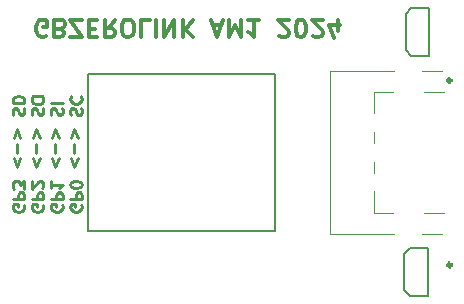
<source format=gbo>
G04 #@! TF.GenerationSoftware,KiCad,Pcbnew,7.0.2*
G04 #@! TF.CreationDate,2024-01-20T07:38:39+00:00*
G04 #@! TF.ProjectId,game-boy-zero-link-board,67616d65-2d62-46f7-992d-7a65726f2d6c,rev?*
G04 #@! TF.SameCoordinates,Original*
G04 #@! TF.FileFunction,Legend,Bot*
G04 #@! TF.FilePolarity,Positive*
%FSLAX46Y46*%
G04 Gerber Fmt 4.6, Leading zero omitted, Abs format (unit mm)*
G04 Created by KiCad (PCBNEW 7.0.2) date 2024-01-20 07:38:39*
%MOMM*%
%LPD*%
G01*
G04 APERTURE LIST*
%ADD10C,0.329000*%
%ADD11C,0.200000*%
%ADD12C,0.250000*%
%ADD13C,0.300000*%
%ADD14C,0.127000*%
%ADD15C,0.120000*%
G04 APERTURE END LIST*
D10*
X106590500Y-105410000D02*
G75*
G03*
X106590500Y-105410000I-164500J0D01*
G01*
D11*
X104615000Y-108005000D02*
X103115000Y-108005000D01*
X103210000Y-87685000D02*
X102710000Y-87185000D01*
X103210000Y-83685000D02*
X104710000Y-83685000D01*
X102615000Y-107505000D02*
X102615000Y-104505000D01*
X102710000Y-87185000D02*
X102710000Y-84185000D01*
X103210000Y-83685000D02*
X102710000Y-84185000D01*
X104615000Y-104005000D02*
X104615000Y-108005000D01*
X104710000Y-87685000D02*
X103210000Y-87685000D01*
X103115000Y-104005000D02*
X102615000Y-104505000D01*
X104710000Y-83685000D02*
X104710000Y-87685000D01*
D10*
X106590500Y-89789000D02*
G75*
G03*
X106590500Y-89789000I-164500J0D01*
G01*
D11*
X103115000Y-108005000D02*
X102615000Y-107505000D01*
X103115000Y-104005000D02*
X104615000Y-104005000D01*
D12*
X75244761Y-100323095D02*
X75292380Y-100418333D01*
X75292380Y-100418333D02*
X75292380Y-100561190D01*
X75292380Y-100561190D02*
X75244761Y-100704047D01*
X75244761Y-100704047D02*
X75149523Y-100799285D01*
X75149523Y-100799285D02*
X75054285Y-100846904D01*
X75054285Y-100846904D02*
X74863809Y-100894523D01*
X74863809Y-100894523D02*
X74720952Y-100894523D01*
X74720952Y-100894523D02*
X74530476Y-100846904D01*
X74530476Y-100846904D02*
X74435238Y-100799285D01*
X74435238Y-100799285D02*
X74340000Y-100704047D01*
X74340000Y-100704047D02*
X74292380Y-100561190D01*
X74292380Y-100561190D02*
X74292380Y-100465952D01*
X74292380Y-100465952D02*
X74340000Y-100323095D01*
X74340000Y-100323095D02*
X74387619Y-100275476D01*
X74387619Y-100275476D02*
X74720952Y-100275476D01*
X74720952Y-100275476D02*
X74720952Y-100465952D01*
X74292380Y-99846904D02*
X75292380Y-99846904D01*
X75292380Y-99846904D02*
X75292380Y-99465952D01*
X75292380Y-99465952D02*
X75244761Y-99370714D01*
X75244761Y-99370714D02*
X75197142Y-99323095D01*
X75197142Y-99323095D02*
X75101904Y-99275476D01*
X75101904Y-99275476D02*
X74959047Y-99275476D01*
X74959047Y-99275476D02*
X74863809Y-99323095D01*
X74863809Y-99323095D02*
X74816190Y-99370714D01*
X74816190Y-99370714D02*
X74768571Y-99465952D01*
X74768571Y-99465952D02*
X74768571Y-99846904D01*
X75292380Y-98656428D02*
X75292380Y-98561190D01*
X75292380Y-98561190D02*
X75244761Y-98465952D01*
X75244761Y-98465952D02*
X75197142Y-98418333D01*
X75197142Y-98418333D02*
X75101904Y-98370714D01*
X75101904Y-98370714D02*
X74911428Y-98323095D01*
X74911428Y-98323095D02*
X74673333Y-98323095D01*
X74673333Y-98323095D02*
X74482857Y-98370714D01*
X74482857Y-98370714D02*
X74387619Y-98418333D01*
X74387619Y-98418333D02*
X74340000Y-98465952D01*
X74340000Y-98465952D02*
X74292380Y-98561190D01*
X74292380Y-98561190D02*
X74292380Y-98656428D01*
X74292380Y-98656428D02*
X74340000Y-98751666D01*
X74340000Y-98751666D02*
X74387619Y-98799285D01*
X74387619Y-98799285D02*
X74482857Y-98846904D01*
X74482857Y-98846904D02*
X74673333Y-98894523D01*
X74673333Y-98894523D02*
X74911428Y-98894523D01*
X74911428Y-98894523D02*
X75101904Y-98846904D01*
X75101904Y-98846904D02*
X75197142Y-98799285D01*
X75197142Y-98799285D02*
X75244761Y-98751666D01*
X75244761Y-98751666D02*
X75292380Y-98656428D01*
X74959047Y-96370714D02*
X74673333Y-97132618D01*
X74673333Y-97132618D02*
X74387619Y-96370714D01*
X74673333Y-95894523D02*
X74673333Y-95132619D01*
X74959047Y-94656428D02*
X74673333Y-93894524D01*
X74673333Y-93894524D02*
X74387619Y-94656428D01*
X74340000Y-92704047D02*
X74292380Y-92561190D01*
X74292380Y-92561190D02*
X74292380Y-92323095D01*
X74292380Y-92323095D02*
X74340000Y-92227857D01*
X74340000Y-92227857D02*
X74387619Y-92180238D01*
X74387619Y-92180238D02*
X74482857Y-92132619D01*
X74482857Y-92132619D02*
X74578095Y-92132619D01*
X74578095Y-92132619D02*
X74673333Y-92180238D01*
X74673333Y-92180238D02*
X74720952Y-92227857D01*
X74720952Y-92227857D02*
X74768571Y-92323095D01*
X74768571Y-92323095D02*
X74816190Y-92513571D01*
X74816190Y-92513571D02*
X74863809Y-92608809D01*
X74863809Y-92608809D02*
X74911428Y-92656428D01*
X74911428Y-92656428D02*
X75006666Y-92704047D01*
X75006666Y-92704047D02*
X75101904Y-92704047D01*
X75101904Y-92704047D02*
X75197142Y-92656428D01*
X75197142Y-92656428D02*
X75244761Y-92608809D01*
X75244761Y-92608809D02*
X75292380Y-92513571D01*
X75292380Y-92513571D02*
X75292380Y-92275476D01*
X75292380Y-92275476D02*
X75244761Y-92132619D01*
X74387619Y-91132619D02*
X74340000Y-91180238D01*
X74340000Y-91180238D02*
X74292380Y-91323095D01*
X74292380Y-91323095D02*
X74292380Y-91418333D01*
X74292380Y-91418333D02*
X74340000Y-91561190D01*
X74340000Y-91561190D02*
X74435238Y-91656428D01*
X74435238Y-91656428D02*
X74530476Y-91704047D01*
X74530476Y-91704047D02*
X74720952Y-91751666D01*
X74720952Y-91751666D02*
X74863809Y-91751666D01*
X74863809Y-91751666D02*
X75054285Y-91704047D01*
X75054285Y-91704047D02*
X75149523Y-91656428D01*
X75149523Y-91656428D02*
X75244761Y-91561190D01*
X75244761Y-91561190D02*
X75292380Y-91418333D01*
X75292380Y-91418333D02*
X75292380Y-91323095D01*
X75292380Y-91323095D02*
X75244761Y-91180238D01*
X75244761Y-91180238D02*
X75197142Y-91132619D01*
X73624761Y-100323095D02*
X73672380Y-100418333D01*
X73672380Y-100418333D02*
X73672380Y-100561190D01*
X73672380Y-100561190D02*
X73624761Y-100704047D01*
X73624761Y-100704047D02*
X73529523Y-100799285D01*
X73529523Y-100799285D02*
X73434285Y-100846904D01*
X73434285Y-100846904D02*
X73243809Y-100894523D01*
X73243809Y-100894523D02*
X73100952Y-100894523D01*
X73100952Y-100894523D02*
X72910476Y-100846904D01*
X72910476Y-100846904D02*
X72815238Y-100799285D01*
X72815238Y-100799285D02*
X72720000Y-100704047D01*
X72720000Y-100704047D02*
X72672380Y-100561190D01*
X72672380Y-100561190D02*
X72672380Y-100465952D01*
X72672380Y-100465952D02*
X72720000Y-100323095D01*
X72720000Y-100323095D02*
X72767619Y-100275476D01*
X72767619Y-100275476D02*
X73100952Y-100275476D01*
X73100952Y-100275476D02*
X73100952Y-100465952D01*
X72672380Y-99846904D02*
X73672380Y-99846904D01*
X73672380Y-99846904D02*
X73672380Y-99465952D01*
X73672380Y-99465952D02*
X73624761Y-99370714D01*
X73624761Y-99370714D02*
X73577142Y-99323095D01*
X73577142Y-99323095D02*
X73481904Y-99275476D01*
X73481904Y-99275476D02*
X73339047Y-99275476D01*
X73339047Y-99275476D02*
X73243809Y-99323095D01*
X73243809Y-99323095D02*
X73196190Y-99370714D01*
X73196190Y-99370714D02*
X73148571Y-99465952D01*
X73148571Y-99465952D02*
X73148571Y-99846904D01*
X72672380Y-98323095D02*
X72672380Y-98894523D01*
X72672380Y-98608809D02*
X73672380Y-98608809D01*
X73672380Y-98608809D02*
X73529523Y-98704047D01*
X73529523Y-98704047D02*
X73434285Y-98799285D01*
X73434285Y-98799285D02*
X73386666Y-98894523D01*
X73339047Y-96370714D02*
X73053333Y-97132618D01*
X73053333Y-97132618D02*
X72767619Y-96370714D01*
X73053333Y-95894523D02*
X73053333Y-95132619D01*
X73339047Y-94656428D02*
X73053333Y-93894524D01*
X73053333Y-93894524D02*
X72767619Y-94656428D01*
X72720000Y-92704047D02*
X72672380Y-92561190D01*
X72672380Y-92561190D02*
X72672380Y-92323095D01*
X72672380Y-92323095D02*
X72720000Y-92227857D01*
X72720000Y-92227857D02*
X72767619Y-92180238D01*
X72767619Y-92180238D02*
X72862857Y-92132619D01*
X72862857Y-92132619D02*
X72958095Y-92132619D01*
X72958095Y-92132619D02*
X73053333Y-92180238D01*
X73053333Y-92180238D02*
X73100952Y-92227857D01*
X73100952Y-92227857D02*
X73148571Y-92323095D01*
X73148571Y-92323095D02*
X73196190Y-92513571D01*
X73196190Y-92513571D02*
X73243809Y-92608809D01*
X73243809Y-92608809D02*
X73291428Y-92656428D01*
X73291428Y-92656428D02*
X73386666Y-92704047D01*
X73386666Y-92704047D02*
X73481904Y-92704047D01*
X73481904Y-92704047D02*
X73577142Y-92656428D01*
X73577142Y-92656428D02*
X73624761Y-92608809D01*
X73624761Y-92608809D02*
X73672380Y-92513571D01*
X73672380Y-92513571D02*
X73672380Y-92275476D01*
X73672380Y-92275476D02*
X73624761Y-92132619D01*
X72672380Y-91704047D02*
X73672380Y-91704047D01*
X72004761Y-100323095D02*
X72052380Y-100418333D01*
X72052380Y-100418333D02*
X72052380Y-100561190D01*
X72052380Y-100561190D02*
X72004761Y-100704047D01*
X72004761Y-100704047D02*
X71909523Y-100799285D01*
X71909523Y-100799285D02*
X71814285Y-100846904D01*
X71814285Y-100846904D02*
X71623809Y-100894523D01*
X71623809Y-100894523D02*
X71480952Y-100894523D01*
X71480952Y-100894523D02*
X71290476Y-100846904D01*
X71290476Y-100846904D02*
X71195238Y-100799285D01*
X71195238Y-100799285D02*
X71100000Y-100704047D01*
X71100000Y-100704047D02*
X71052380Y-100561190D01*
X71052380Y-100561190D02*
X71052380Y-100465952D01*
X71052380Y-100465952D02*
X71100000Y-100323095D01*
X71100000Y-100323095D02*
X71147619Y-100275476D01*
X71147619Y-100275476D02*
X71480952Y-100275476D01*
X71480952Y-100275476D02*
X71480952Y-100465952D01*
X71052380Y-99846904D02*
X72052380Y-99846904D01*
X72052380Y-99846904D02*
X72052380Y-99465952D01*
X72052380Y-99465952D02*
X72004761Y-99370714D01*
X72004761Y-99370714D02*
X71957142Y-99323095D01*
X71957142Y-99323095D02*
X71861904Y-99275476D01*
X71861904Y-99275476D02*
X71719047Y-99275476D01*
X71719047Y-99275476D02*
X71623809Y-99323095D01*
X71623809Y-99323095D02*
X71576190Y-99370714D01*
X71576190Y-99370714D02*
X71528571Y-99465952D01*
X71528571Y-99465952D02*
X71528571Y-99846904D01*
X71957142Y-98894523D02*
X72004761Y-98846904D01*
X72004761Y-98846904D02*
X72052380Y-98751666D01*
X72052380Y-98751666D02*
X72052380Y-98513571D01*
X72052380Y-98513571D02*
X72004761Y-98418333D01*
X72004761Y-98418333D02*
X71957142Y-98370714D01*
X71957142Y-98370714D02*
X71861904Y-98323095D01*
X71861904Y-98323095D02*
X71766666Y-98323095D01*
X71766666Y-98323095D02*
X71623809Y-98370714D01*
X71623809Y-98370714D02*
X71052380Y-98942142D01*
X71052380Y-98942142D02*
X71052380Y-98323095D01*
X71719047Y-96370714D02*
X71433333Y-97132618D01*
X71433333Y-97132618D02*
X71147619Y-96370714D01*
X71433333Y-95894523D02*
X71433333Y-95132619D01*
X71719047Y-94656428D02*
X71433333Y-93894524D01*
X71433333Y-93894524D02*
X71147619Y-94656428D01*
X71100000Y-92704047D02*
X71052380Y-92561190D01*
X71052380Y-92561190D02*
X71052380Y-92323095D01*
X71052380Y-92323095D02*
X71100000Y-92227857D01*
X71100000Y-92227857D02*
X71147619Y-92180238D01*
X71147619Y-92180238D02*
X71242857Y-92132619D01*
X71242857Y-92132619D02*
X71338095Y-92132619D01*
X71338095Y-92132619D02*
X71433333Y-92180238D01*
X71433333Y-92180238D02*
X71480952Y-92227857D01*
X71480952Y-92227857D02*
X71528571Y-92323095D01*
X71528571Y-92323095D02*
X71576190Y-92513571D01*
X71576190Y-92513571D02*
X71623809Y-92608809D01*
X71623809Y-92608809D02*
X71671428Y-92656428D01*
X71671428Y-92656428D02*
X71766666Y-92704047D01*
X71766666Y-92704047D02*
X71861904Y-92704047D01*
X71861904Y-92704047D02*
X71957142Y-92656428D01*
X71957142Y-92656428D02*
X72004761Y-92608809D01*
X72004761Y-92608809D02*
X72052380Y-92513571D01*
X72052380Y-92513571D02*
X72052380Y-92275476D01*
X72052380Y-92275476D02*
X72004761Y-92132619D01*
X72052380Y-91513571D02*
X72052380Y-91323095D01*
X72052380Y-91323095D02*
X72004761Y-91227857D01*
X72004761Y-91227857D02*
X71909523Y-91132619D01*
X71909523Y-91132619D02*
X71719047Y-91085000D01*
X71719047Y-91085000D02*
X71385714Y-91085000D01*
X71385714Y-91085000D02*
X71195238Y-91132619D01*
X71195238Y-91132619D02*
X71100000Y-91227857D01*
X71100000Y-91227857D02*
X71052380Y-91323095D01*
X71052380Y-91323095D02*
X71052380Y-91513571D01*
X71052380Y-91513571D02*
X71100000Y-91608809D01*
X71100000Y-91608809D02*
X71195238Y-91704047D01*
X71195238Y-91704047D02*
X71385714Y-91751666D01*
X71385714Y-91751666D02*
X71719047Y-91751666D01*
X71719047Y-91751666D02*
X71909523Y-91704047D01*
X71909523Y-91704047D02*
X72004761Y-91608809D01*
X72004761Y-91608809D02*
X72052380Y-91513571D01*
X70384761Y-100323095D02*
X70432380Y-100418333D01*
X70432380Y-100418333D02*
X70432380Y-100561190D01*
X70432380Y-100561190D02*
X70384761Y-100704047D01*
X70384761Y-100704047D02*
X70289523Y-100799285D01*
X70289523Y-100799285D02*
X70194285Y-100846904D01*
X70194285Y-100846904D02*
X70003809Y-100894523D01*
X70003809Y-100894523D02*
X69860952Y-100894523D01*
X69860952Y-100894523D02*
X69670476Y-100846904D01*
X69670476Y-100846904D02*
X69575238Y-100799285D01*
X69575238Y-100799285D02*
X69480000Y-100704047D01*
X69480000Y-100704047D02*
X69432380Y-100561190D01*
X69432380Y-100561190D02*
X69432380Y-100465952D01*
X69432380Y-100465952D02*
X69480000Y-100323095D01*
X69480000Y-100323095D02*
X69527619Y-100275476D01*
X69527619Y-100275476D02*
X69860952Y-100275476D01*
X69860952Y-100275476D02*
X69860952Y-100465952D01*
X69432380Y-99846904D02*
X70432380Y-99846904D01*
X70432380Y-99846904D02*
X70432380Y-99465952D01*
X70432380Y-99465952D02*
X70384761Y-99370714D01*
X70384761Y-99370714D02*
X70337142Y-99323095D01*
X70337142Y-99323095D02*
X70241904Y-99275476D01*
X70241904Y-99275476D02*
X70099047Y-99275476D01*
X70099047Y-99275476D02*
X70003809Y-99323095D01*
X70003809Y-99323095D02*
X69956190Y-99370714D01*
X69956190Y-99370714D02*
X69908571Y-99465952D01*
X69908571Y-99465952D02*
X69908571Y-99846904D01*
X70432380Y-98942142D02*
X70432380Y-98323095D01*
X70432380Y-98323095D02*
X70051428Y-98656428D01*
X70051428Y-98656428D02*
X70051428Y-98513571D01*
X70051428Y-98513571D02*
X70003809Y-98418333D01*
X70003809Y-98418333D02*
X69956190Y-98370714D01*
X69956190Y-98370714D02*
X69860952Y-98323095D01*
X69860952Y-98323095D02*
X69622857Y-98323095D01*
X69622857Y-98323095D02*
X69527619Y-98370714D01*
X69527619Y-98370714D02*
X69480000Y-98418333D01*
X69480000Y-98418333D02*
X69432380Y-98513571D01*
X69432380Y-98513571D02*
X69432380Y-98799285D01*
X69432380Y-98799285D02*
X69480000Y-98894523D01*
X69480000Y-98894523D02*
X69527619Y-98942142D01*
X70099047Y-96370714D02*
X69813333Y-97132618D01*
X69813333Y-97132618D02*
X69527619Y-96370714D01*
X69813333Y-95894523D02*
X69813333Y-95132619D01*
X70099047Y-94656428D02*
X69813333Y-93894524D01*
X69813333Y-93894524D02*
X69527619Y-94656428D01*
X69480000Y-92704047D02*
X69432380Y-92561190D01*
X69432380Y-92561190D02*
X69432380Y-92323095D01*
X69432380Y-92323095D02*
X69480000Y-92227857D01*
X69480000Y-92227857D02*
X69527619Y-92180238D01*
X69527619Y-92180238D02*
X69622857Y-92132619D01*
X69622857Y-92132619D02*
X69718095Y-92132619D01*
X69718095Y-92132619D02*
X69813333Y-92180238D01*
X69813333Y-92180238D02*
X69860952Y-92227857D01*
X69860952Y-92227857D02*
X69908571Y-92323095D01*
X69908571Y-92323095D02*
X69956190Y-92513571D01*
X69956190Y-92513571D02*
X70003809Y-92608809D01*
X70003809Y-92608809D02*
X70051428Y-92656428D01*
X70051428Y-92656428D02*
X70146666Y-92704047D01*
X70146666Y-92704047D02*
X70241904Y-92704047D01*
X70241904Y-92704047D02*
X70337142Y-92656428D01*
X70337142Y-92656428D02*
X70384761Y-92608809D01*
X70384761Y-92608809D02*
X70432380Y-92513571D01*
X70432380Y-92513571D02*
X70432380Y-92275476D01*
X70432380Y-92275476D02*
X70384761Y-92132619D01*
X69432380Y-91704047D02*
X70432380Y-91704047D01*
X70432380Y-91704047D02*
X70432380Y-91465952D01*
X70432380Y-91465952D02*
X70384761Y-91323095D01*
X70384761Y-91323095D02*
X70289523Y-91227857D01*
X70289523Y-91227857D02*
X70194285Y-91180238D01*
X70194285Y-91180238D02*
X70003809Y-91132619D01*
X70003809Y-91132619D02*
X69860952Y-91132619D01*
X69860952Y-91132619D02*
X69670476Y-91180238D01*
X69670476Y-91180238D02*
X69575238Y-91227857D01*
X69575238Y-91227857D02*
X69480000Y-91323095D01*
X69480000Y-91323095D02*
X69432380Y-91465952D01*
X69432380Y-91465952D02*
X69432380Y-91704047D01*
D13*
X72262857Y-86067142D02*
X72120000Y-86138571D01*
X72120000Y-86138571D02*
X71905714Y-86138571D01*
X71905714Y-86138571D02*
X71691428Y-86067142D01*
X71691428Y-86067142D02*
X71548571Y-85924285D01*
X71548571Y-85924285D02*
X71477142Y-85781428D01*
X71477142Y-85781428D02*
X71405714Y-85495714D01*
X71405714Y-85495714D02*
X71405714Y-85281428D01*
X71405714Y-85281428D02*
X71477142Y-84995714D01*
X71477142Y-84995714D02*
X71548571Y-84852857D01*
X71548571Y-84852857D02*
X71691428Y-84710000D01*
X71691428Y-84710000D02*
X71905714Y-84638571D01*
X71905714Y-84638571D02*
X72048571Y-84638571D01*
X72048571Y-84638571D02*
X72262857Y-84710000D01*
X72262857Y-84710000D02*
X72334285Y-84781428D01*
X72334285Y-84781428D02*
X72334285Y-85281428D01*
X72334285Y-85281428D02*
X72048571Y-85281428D01*
X73477142Y-85424285D02*
X73691428Y-85352857D01*
X73691428Y-85352857D02*
X73762857Y-85281428D01*
X73762857Y-85281428D02*
X73834285Y-85138571D01*
X73834285Y-85138571D02*
X73834285Y-84924285D01*
X73834285Y-84924285D02*
X73762857Y-84781428D01*
X73762857Y-84781428D02*
X73691428Y-84710000D01*
X73691428Y-84710000D02*
X73548571Y-84638571D01*
X73548571Y-84638571D02*
X72977142Y-84638571D01*
X72977142Y-84638571D02*
X72977142Y-86138571D01*
X72977142Y-86138571D02*
X73477142Y-86138571D01*
X73477142Y-86138571D02*
X73620000Y-86067142D01*
X73620000Y-86067142D02*
X73691428Y-85995714D01*
X73691428Y-85995714D02*
X73762857Y-85852857D01*
X73762857Y-85852857D02*
X73762857Y-85710000D01*
X73762857Y-85710000D02*
X73691428Y-85567142D01*
X73691428Y-85567142D02*
X73620000Y-85495714D01*
X73620000Y-85495714D02*
X73477142Y-85424285D01*
X73477142Y-85424285D02*
X72977142Y-85424285D01*
X74334285Y-86138571D02*
X75334285Y-86138571D01*
X75334285Y-86138571D02*
X74334285Y-84638571D01*
X74334285Y-84638571D02*
X75334285Y-84638571D01*
X75905713Y-85424285D02*
X76405713Y-85424285D01*
X76619999Y-84638571D02*
X75905713Y-84638571D01*
X75905713Y-84638571D02*
X75905713Y-86138571D01*
X75905713Y-86138571D02*
X76619999Y-86138571D01*
X78119999Y-84638571D02*
X77619999Y-85352857D01*
X77262856Y-84638571D02*
X77262856Y-86138571D01*
X77262856Y-86138571D02*
X77834285Y-86138571D01*
X77834285Y-86138571D02*
X77977142Y-86067142D01*
X77977142Y-86067142D02*
X78048571Y-85995714D01*
X78048571Y-85995714D02*
X78119999Y-85852857D01*
X78119999Y-85852857D02*
X78119999Y-85638571D01*
X78119999Y-85638571D02*
X78048571Y-85495714D01*
X78048571Y-85495714D02*
X77977142Y-85424285D01*
X77977142Y-85424285D02*
X77834285Y-85352857D01*
X77834285Y-85352857D02*
X77262856Y-85352857D01*
X79048571Y-86138571D02*
X79334285Y-86138571D01*
X79334285Y-86138571D02*
X79477142Y-86067142D01*
X79477142Y-86067142D02*
X79619999Y-85924285D01*
X79619999Y-85924285D02*
X79691428Y-85638571D01*
X79691428Y-85638571D02*
X79691428Y-85138571D01*
X79691428Y-85138571D02*
X79619999Y-84852857D01*
X79619999Y-84852857D02*
X79477142Y-84710000D01*
X79477142Y-84710000D02*
X79334285Y-84638571D01*
X79334285Y-84638571D02*
X79048571Y-84638571D01*
X79048571Y-84638571D02*
X78905714Y-84710000D01*
X78905714Y-84710000D02*
X78762856Y-84852857D01*
X78762856Y-84852857D02*
X78691428Y-85138571D01*
X78691428Y-85138571D02*
X78691428Y-85638571D01*
X78691428Y-85638571D02*
X78762856Y-85924285D01*
X78762856Y-85924285D02*
X78905714Y-86067142D01*
X78905714Y-86067142D02*
X79048571Y-86138571D01*
X81048571Y-84638571D02*
X80334285Y-84638571D01*
X80334285Y-84638571D02*
X80334285Y-86138571D01*
X81548571Y-84638571D02*
X81548571Y-86138571D01*
X82262857Y-84638571D02*
X82262857Y-86138571D01*
X82262857Y-86138571D02*
X83120000Y-84638571D01*
X83120000Y-84638571D02*
X83120000Y-86138571D01*
X83834286Y-84638571D02*
X83834286Y-86138571D01*
X84691429Y-84638571D02*
X84048572Y-85495714D01*
X84691429Y-86138571D02*
X83834286Y-85281428D01*
X86405715Y-85067142D02*
X87120001Y-85067142D01*
X86262858Y-84638571D02*
X86762858Y-86138571D01*
X86762858Y-86138571D02*
X87262858Y-84638571D01*
X87762857Y-84638571D02*
X87762857Y-86138571D01*
X87762857Y-86138571D02*
X88262857Y-85067142D01*
X88262857Y-85067142D02*
X88762857Y-86138571D01*
X88762857Y-86138571D02*
X88762857Y-84638571D01*
X90262858Y-84638571D02*
X89405715Y-84638571D01*
X89834286Y-84638571D02*
X89834286Y-86138571D01*
X89834286Y-86138571D02*
X89691429Y-85924285D01*
X89691429Y-85924285D02*
X89548572Y-85781428D01*
X89548572Y-85781428D02*
X89405715Y-85710000D01*
X91977143Y-85995714D02*
X92048571Y-86067142D01*
X92048571Y-86067142D02*
X92191429Y-86138571D01*
X92191429Y-86138571D02*
X92548571Y-86138571D01*
X92548571Y-86138571D02*
X92691429Y-86067142D01*
X92691429Y-86067142D02*
X92762857Y-85995714D01*
X92762857Y-85995714D02*
X92834286Y-85852857D01*
X92834286Y-85852857D02*
X92834286Y-85710000D01*
X92834286Y-85710000D02*
X92762857Y-85495714D01*
X92762857Y-85495714D02*
X91905714Y-84638571D01*
X91905714Y-84638571D02*
X92834286Y-84638571D01*
X93762857Y-86138571D02*
X93905714Y-86138571D01*
X93905714Y-86138571D02*
X94048571Y-86067142D01*
X94048571Y-86067142D02*
X94120000Y-85995714D01*
X94120000Y-85995714D02*
X94191428Y-85852857D01*
X94191428Y-85852857D02*
X94262857Y-85567142D01*
X94262857Y-85567142D02*
X94262857Y-85210000D01*
X94262857Y-85210000D02*
X94191428Y-84924285D01*
X94191428Y-84924285D02*
X94120000Y-84781428D01*
X94120000Y-84781428D02*
X94048571Y-84710000D01*
X94048571Y-84710000D02*
X93905714Y-84638571D01*
X93905714Y-84638571D02*
X93762857Y-84638571D01*
X93762857Y-84638571D02*
X93620000Y-84710000D01*
X93620000Y-84710000D02*
X93548571Y-84781428D01*
X93548571Y-84781428D02*
X93477142Y-84924285D01*
X93477142Y-84924285D02*
X93405714Y-85210000D01*
X93405714Y-85210000D02*
X93405714Y-85567142D01*
X93405714Y-85567142D02*
X93477142Y-85852857D01*
X93477142Y-85852857D02*
X93548571Y-85995714D01*
X93548571Y-85995714D02*
X93620000Y-86067142D01*
X93620000Y-86067142D02*
X93762857Y-86138571D01*
X94834285Y-85995714D02*
X94905713Y-86067142D01*
X94905713Y-86067142D02*
X95048571Y-86138571D01*
X95048571Y-86138571D02*
X95405713Y-86138571D01*
X95405713Y-86138571D02*
X95548571Y-86067142D01*
X95548571Y-86067142D02*
X95619999Y-85995714D01*
X95619999Y-85995714D02*
X95691428Y-85852857D01*
X95691428Y-85852857D02*
X95691428Y-85710000D01*
X95691428Y-85710000D02*
X95619999Y-85495714D01*
X95619999Y-85495714D02*
X94762856Y-84638571D01*
X94762856Y-84638571D02*
X95691428Y-84638571D01*
X96977142Y-85638571D02*
X96977142Y-84638571D01*
X96619999Y-86210000D02*
X96262856Y-85138571D01*
X96262856Y-85138571D02*
X97191427Y-85138571D01*
D14*
X91690000Y-89220000D02*
X75795000Y-89220000D01*
X75795000Y-89220000D02*
X75795000Y-102550000D01*
X91690000Y-102550000D02*
X91690000Y-89220000D01*
X75795000Y-102550000D02*
X91690000Y-102550000D01*
D15*
X96300000Y-89010000D02*
X101700000Y-89010000D01*
X96300000Y-102810000D02*
X96300000Y-89010000D01*
X100000000Y-90785000D02*
X101630000Y-90785000D01*
X100000000Y-92585000D02*
X100000000Y-90785000D01*
X100000000Y-95085000D02*
X100000000Y-94185000D01*
X100000000Y-97585000D02*
X100000000Y-96685000D01*
X100000000Y-100985000D02*
X100000000Y-99185000D01*
X101630000Y-100985000D02*
X100000000Y-100985000D01*
X101700000Y-102810000D02*
X96300000Y-102810000D01*
X104100000Y-89010000D02*
X105800000Y-89010000D01*
X104300000Y-90785000D02*
X106000000Y-90785000D01*
X105800000Y-102810000D02*
X104100000Y-102810000D01*
X106000000Y-100985000D02*
X104300000Y-100985000D01*
M02*

</source>
